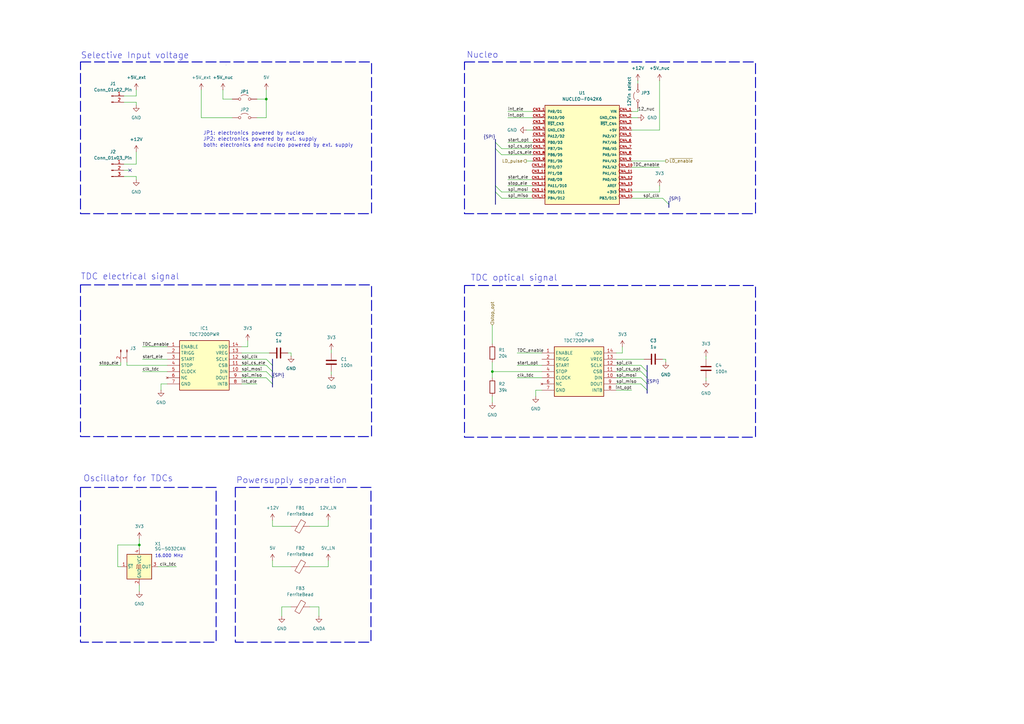
<source format=kicad_sch>
(kicad_sch (version 20231120) (generator "eeschema") (generator_version "8.0")
  (paper "A3")
  (title_block (title "Power, Nucleo, TDC") (rev "0.1") (comment 2 "schematics") (comment 3 "w.i.p.") (comment 8 "M. Schär"))
  (lib_symbols
    (symbol "Connector:Conn_01x02_Pin" (pin_names (offset 1.016) hide)
      (property "Reference" "J" (at 0 2.54 0))
      (property "Value" "Conn_01x02_Pin" (at 0 -5.08 0))
      (symbol "Conn_01x02_Pin_1_1"
        (polyline (pts (xy 1.27 -2.54) (xy 0.8636 -2.54)) (stroke (width 0.1524)))
        (polyline (pts (xy 1.27 0) (xy 0.8636 0)) (stroke (width 0.1524)))
        (rectangle (start 0.8636 -2.413) (end 0 -2.667) (stroke (width 0.1524)) (fill (type outline)))
        (rectangle (start 0.8636 0.127) (end 0 -0.127) (stroke (width 0.1524)) (fill (type outline)))
        (pin passive line (at 5.08 0 180) (length 3.81) (name "Pin_1") (number "1"))
        (pin passive line (at 5.08 -2.54 180) (length 3.81) (name "Pin_2") (number "2"))
      )
    )
    (symbol "Connector:Conn_01x03_Pin" (pin_names (offset 1.016) hide)
      (property "Reference" "J" (at 0 5.08 0))
      (property "Value" "Conn_01x03_Pin" (at 0 -5.08 0))
      (symbol "Conn_01x03_Pin_1_1"
        (polyline (pts (xy 1.27 -2.54) (xy 0.8636 -2.54)) (stroke (width 0.1524)))
        (polyline (pts (xy 1.27 0) (xy 0.8636 0)) (stroke (width 0.1524)))
        (polyline (pts (xy 1.27 2.54) (xy 0.8636 2.54)) (stroke (width 0.1524)))
        (rectangle (start 0.8636 -2.413) (end 0 -2.667) (stroke (width 0.1524)) (fill (type outline)))
        (rectangle (start 0.8636 0.127) (end 0 -0.127) (stroke (width 0.1524)) (fill (type outline)))
        (rectangle (start 0.8636 2.667) (end 0 2.413) (stroke (width 0.1524)) (fill (type outline)))
        (pin passive line (at 5.08 2.54 180) (length 3.81) (name "Pin_1") (number "1"))
        (pin passive line (at 5.08 0 180) (length 3.81) (name "Pin_2") (number "2"))
        (pin passive line (at 5.08 -2.54 180) (length 3.81) (name "Pin_3") (number "3"))
      )
    )
    (symbol "Device:C" (pin_numbers hide) (pin_names (offset 0.254))
      (property "Reference" "C" (at 0.635 2.54 0))
      (property "Value" "C" (at 0.635 -2.54 0))
      (symbol "C_0_1"
        (polyline (pts (xy -2.032 -0.762) (xy 2.032 -0.762)) (stroke (width 0.508)))
        (polyline (pts (xy -2.032 0.762) (xy 2.032 0.762)) (stroke (width 0.508)))
      )
      (symbol "C_1_1"
        (pin passive line (at 0 3.81 270) (length 2.794) (name "~") (number "1"))
        (pin passive line (at 0 -3.81 90) (length 2.794) (name "~") (number "2"))
      )
    )
    (symbol "Device:FerriteBead" (pin_numbers hide) (pin_names (offset 0))
      (property "Reference" "FB" (at -3.81 0.635 90))
      (property "Value" "FerriteBead" (at 3.81 0 90))
      (symbol "FerriteBead_0_1"
        (polyline (pts (xy 0 -1.27) (xy 0 -1.2192)))
        (polyline (pts (xy 0 1.27) (xy 0 1.2954)))
        (polyline (pts (xy -2.7686 0.4064) (xy -1.7018 2.2606) (xy 2.7686 -0.3048) (xy 1.6764 -2.159) (xy -2.7686 0.4064)))
      )
      (symbol "FerriteBead_1_1"
        (pin passive line (at 0 3.81 270) (length 2.54) (name "~") (number "1"))
        (pin passive line (at 0 -3.81 90) (length 2.54) (name "~") (number "2"))
      )
    )
    (symbol "Device:R" (pin_numbers hide) (pin_names (offset 0))
      (property "Reference" "R" (at 2.032 0 90))
      (property "Value" "R" (at 0 0 90))
      (symbol "R_0_1"
        (rectangle (start -1.016 -2.54) (end 1.016 2.54) (stroke (width 0.254)))
      )
      (symbol "R_1_1"
        (pin passive line (at 0 3.81 270) (length 1.27) (name "~") (number "1"))
        (pin passive line (at 0 -3.81 90) (length 1.27) (name "~") (number "2"))
      )
    )
    (symbol "Jumper:Jumper_2_Open" (pin_numbers hide) (pin_names (offset 0) hide) (exclude_from_sim yes)
      (property "Reference" "JP" (at 0 2.794 0))
      (property "Value" "Jumper_2_Open" (at 0 -2.286 0))
      (symbol "Jumper_2_Open_0_0"
        (circle (center -2.032 0) (radius 0.508))
        (circle (center 2.032 0) (radius 0.508))
      )
      (symbol "Jumper_2_Open_0_1"
        (arc (start 1.524 1.27) (mid 0 1.778) (end -1.524 1.27))
      )
      (symbol "Jumper_2_Open_1_1"
        (pin passive line (at -5.08 0 0) (length 2.54) (name "A") (number "1"))
        (pin passive line (at 5.08 0 180) (length 2.54) (name "B") (number "2"))
      )
    )
    (symbol "NUCLEO-F042K6:NUCLEO-F042K6" (pin_names (offset 1.016))
      (property "Reference" "U" (at -15.24 21.082 0))
      (property "Value" "NUCLEO-F042K6" (at -15.24 -22.86 0))
      (symbol "NUCLEO-F042K6_0_0"
        (rectangle (start -15.24 -20.32) (end 15.24 20.32) (stroke (width 0.254)) (fill (type background)))
        (pin bidirectional line (at -20.32 17.78 0) (length 5.08) (name "PA9/D1") (number "CN3_1"))
        (pin bidirectional line (at -20.32 -5.08 0) (length 5.08) (name "PF0/D7") (number "CN3_10"))
        (pin bidirectional line (at -20.32 -7.62 0) (length 5.08) (name "PF1/D8") (number "CN3_11"))
        (pin bidirectional line (at -20.32 -10.16 0) (length 5.08) (name "PA8/D9") (number "CN3_12"))
        (pin bidirectional line (at -20.32 -12.7 0) (length 5.08) (name "PA11/D10") (number "CN3_13"))
        (pin bidirectional line (at -20.32 -15.24 0) (length 5.08) (name "PB5/D11") (number "CN3_14"))
        (pin bidirectional line (at -20.32 -17.78 0) (length 5.08) (name "PB4/D12") (number "CN3_15"))
        (pin bidirectional line (at -20.32 15.24 0) (length 5.08) (name "PA10/D0") (number "CN3_2"))
        (pin bidirectional line (at -20.32 12.7 0) (length 5.08) (name "~{RST}_CN3") (number "CN3_3"))
        (pin power_in line (at -20.32 10.16 0) (length 5.08) (name "GND_CN3") (number "CN3_4"))
        (pin bidirectional line (at -20.32 7.62 0) (length 5.08) (name "PA12/D2") (number "CN3_5"))
        (pin bidirectional line (at -20.32 5.08 0) (length 5.08) (name "PB0/D3") (number "CN3_6"))
        (pin bidirectional line (at -20.32 2.54 0) (length 5.08) (name "PB7/D4") (number "CN3_7"))
        (pin bidirectional line (at -20.32 0 0) (length 5.08) (name "PB6/D5") (number "CN3_8"))
        (pin bidirectional line (at -20.32 -2.54 0) (length 5.08) (name "PB1/D6") (number "CN3_9"))
        (pin power_in line (at 20.32 17.78 180) (length 5.08) (name "VIN") (number "CN4_1"))
        (pin bidirectional line (at 20.32 -5.08 180) (length 5.08) (name "PA3/A2") (number "CN4_10"))
        (pin bidirectional line (at 20.32 -7.62 180) (length 5.08) (name "PA1/A1") (number "CN4_11"))
        (pin bidirectional line (at 20.32 -10.16 180) (length 5.08) (name "PA0/A0") (number "CN4_12"))
        (pin input line (at 20.32 -12.7 180) (length 5.08) (name "AREF") (number "CN4_13"))
        (pin power_in line (at 20.32 -15.24 180) (length 5.08) (name "+3V3") (number "CN4_14"))
        (pin bidirectional line (at 20.32 -17.78 180) (length 5.08) (name "PB3/D13") (number "CN4_15"))
        (pin power_in line (at 20.32 15.24 180) (length 5.08) (name "GND_CN4") (number "CN4_2"))
        (pin bidirectional line (at 20.32 12.7 180) (length 5.08) (name "~{RST}_CN4") (number "CN4_3"))
        (pin power_in line (at 20.32 10.16 180) (length 5.08) (name "+5V") (number "CN4_4"))
        (pin bidirectional line (at 20.32 7.62 180) (length 5.08) (name "PA2/A7") (number "CN4_5"))
        (pin bidirectional line (at 20.32 5.08 180) (length 5.08) (name "PA7/A6") (number "CN4_6"))
        (pin bidirectional line (at 20.32 2.54 180) (length 5.08) (name "PA6/A5") (number "CN4_7"))
        (pin bidirectional line (at 20.32 0 180) (length 5.08) (name "PA5/A4") (number "CN4_8"))
        (pin bidirectional line (at 20.32 -2.54 180) (length 5.08) (name "PA4/A3") (number "CN4_9"))
      )
    )
    (symbol "Oscillator:SG-5032CAN" (pin_names (offset 0.254))
      (property "Reference" "X" (at -5.08 6.35 0))
      (property "Value" "SG-5032CAN" (at 1.27 -6.35 0))
      (symbol "SG-5032CAN_0_1"
        (rectangle (start -5.08 5.08) (end 5.08 -5.08) (stroke (width 0.254)) (fill (type background)))
        (polyline (pts (xy -1.27 -0.762) (xy -1.016 -0.762) (xy -1.016 0.762) (xy -0.508 0.762) (xy -0.508 -0.762) (xy 0 -0.762) (xy 0 0.762) (xy 0.508 0.762) (xy 0.508 -0.762) (xy 0.762 -0.762)))
      )
      (symbol "SG-5032CAN_1_1"
        (pin input line (at -7.62 0 0) (length 2.54) (name "~{ST}") (number "1"))
        (pin power_in line (at 0 -7.62 90) (length 2.54) (name "GND") (number "2"))
        (pin output line (at 7.62 0 180) (length 2.54) (name "OUT") (number "3"))
        (pin power_in line (at 0 7.62 270) (length 2.54) (name "VCC") (number "4"))
      )
    )
    (symbol "TDC7200PWR:TDC7200PWR"
      (property "Reference" "IC" (at 26.67 7.62 0))
      (property "Value" "TDC7200PWR" (at 26.67 5.08 0))
      (symbol "TDC7200PWR_1_1"
        (rectangle (start 5.08 2.54) (end 25.4 -17.78) (stroke (width 0.254)) (fill (type background)))
        (pin passive line (at 0 0 0) (length 5.08) (name "ENABLE") (number "1"))
        (pin passive line (at 30.48 -10.16 180) (length 5.08) (name "DIN") (number "10"))
        (pin passive line (at 30.48 -7.62 180) (length 5.08) (name "CSB") (number "11"))
        (pin passive line (at 30.48 -5.08 180) (length 5.08) (name "SCLK") (number "12"))
        (pin passive line (at 30.48 -2.54 180) (length 5.08) (name "VREG") (number "13"))
        (pin passive line (at 30.48 0 180) (length 5.08) (name "VDD") (number "14"))
        (pin passive line (at 0 -2.54 0) (length 5.08) (name "TRIGG") (number "2"))
        (pin passive line (at 0 -5.08 0) (length 5.08) (name "START") (number "3"))
        (pin passive line (at 0 -7.62 0) (length 5.08) (name "STOP") (number "4"))
        (pin passive line (at 0 -10.16 0) (length 5.08) (name "CLOCK") (number "5"))
        (pin no_connect line (at 0 -12.7 0) (length 5.08) (name "NC") (number "6"))
        (pin passive line (at 0 -15.24 0) (length 5.08) (name "GND") (number "7"))
        (pin passive line (at 30.48 -15.24 180) (length 5.08) (name "INTB") (number "8"))
        (pin passive line (at 30.48 -12.7 180) (length 5.08) (name "DOUT") (number "9"))
      )
    )
    (symbol "power:+12V" (power) (pin_numbers hide) (pin_names (offset 0) hide)
      (property "Value" "+12V" (at 0 3.556 0))
      (symbol "+12V_0_1"
        (polyline (pts (xy -0.762 1.27) (xy 0 2.54)))
        (polyline (pts (xy 0 0) (xy 0 2.54)))
        (polyline (pts (xy 0 2.54) (xy 0.762 1.27)))
      )
      (symbol "+12V_1_1"
        (pin power_in line (at 0 0 90) (length 0) (name "~") (number "1"))
      )
    )
    (symbol "power:+5VP" (power) (pin_numbers hide) (pin_names (offset 0) hide)
      (property "Value" "+5VP" (at 0 3.556 0))
      (symbol "+5VP_0_1"
        (polyline (pts (xy -0.762 1.27) (xy 0 2.54)))
        (polyline (pts (xy 0 0) (xy 0 2.54)))
        (polyline (pts (xy 0 2.54) (xy 0.762 1.27)))
      )
      (symbol "+5VP_1_1"
        (pin power_in line (at 0 0 90) (length 0) (name "~") (number "1"))
      )
    )
    (symbol "power:GND" (power) (pin_numbers hide) (pin_names (offset 0) hide)
      (property "Value" "GND" (at 0 -3.81 0))
      (symbol "GND_0_1"
        (polyline (pts (xy 0 0) (xy 0 -1.27) (xy 1.27 -1.27) (xy 0 -2.54) (xy -1.27 -1.27) (xy 0 -1.27)))
      )
      (symbol "GND_1_1"
        (pin power_in line (at 0 0 270) (length 0) (name "~") (number "1"))
      )
    )
    (symbol "power:GNDA" (power) (pin_numbers hide) (pin_names (offset 0) hide)
      (property "Value" "GNDA" (at 0 -3.81 0))
      (symbol "GNDA_0_1"
        (polyline (pts (xy 0 0) (xy 0 -1.27) (xy 1.27 -1.27) (xy 0 -2.54) (xy -1.27 -1.27) (xy 0 -1.27)))
      )
      (symbol "GNDA_1_1"
        (pin power_in line (at 0 0 270) (length 0) (name "~") (number "1"))
      )
    )
  )
  (bus_alias "SPI" (members "spi_cs_opt" "spi_cs_ele" "spi_miso" "spi_mosi" "spi_clk"))
  (junction (at 109.22 40.64))
  (junction (at 201.93 152.4))
  (junction (at 57.15 223.52))
  (no_connect (at 53.34 69.85))
  (bus_entry (at 203.2 60.96) (size 2.54 2.54))
  (bus_entry (at 265.43 157.48) (size -2.54 -2.54))
  (bus_entry (at 203.2 78.74) (size 2.54 2.54))
  (bus_entry (at 203.2 76.2) (size 2.54 2.54))
  (bus_entry (at 265.43 160.02) (size -2.54 -2.54))
  (bus_entry (at 203.2 58.42) (size 2.54 2.54))
  (bus_entry (at 111.76 149.86) (size -2.54 -2.54))
  (bus_entry (at 265.43 152.4) (size -2.54 -2.54))
  (bus_entry (at 111.76 152.4) (size -2.54 -2.54))
  (bus_entry (at 265.43 154.94) (size -2.54 -2.54))
  (bus_entry (at 111.76 154.94) (size -2.54 -2.54))
  (bus_entry (at 111.76 157.48) (size -2.54 -2.54))
  (bus_entry (at 271.78 81.28) (size 2.54 2.54))
  (wire (pts (xy 208.28 45.72) (xy 218.44 45.72)))
  (wire (pts (xy 64.77 232.41) (xy 72.39 232.41)))
  (wire (pts (xy 215.9 53.34) (xy 218.44 53.34)))
  (wire (pts (xy 208.28 73.66) (xy 218.44 73.66)))
  (bus (pts (xy 265.43 160.02) (xy 265.43 161.29)))
  (wire (pts (xy 289.56 146.05) (xy 289.56 147.32)))
  (bus (pts (xy 111.76 157.48) (xy 111.76 158.75)))
  (wire (pts (xy 201.93 133.35) (xy 201.93 140.97)))
  (wire (pts (xy 119.38 248.92) (xy 115.57 248.92)))
  (wire (pts (xy 135.89 143.51) (xy 135.89 144.78)))
  (wire (pts (xy 50.8 39.37) (xy 55.88 39.37)))
  (wire (pts (xy 48.26 232.41) (xy 49.53 232.41)))
  (wire (pts (xy 259.08 68.58) (xy 270.51 68.58)))
  (wire (pts (xy 99.06 154.94) (xy 109.22 154.94)))
  (bus (pts (xy 111.76 147.32) (xy 111.76 149.86)))
  (wire (pts (xy 201.93 152.4) (xy 201.93 154.94)))
  (wire (pts (xy 222.25 160.02) (xy 219.71 160.02)))
  (wire (pts (xy 48.26 232.41) (xy 48.26 223.52)))
  (bus (pts (xy 203.2 57.15) (xy 203.2 58.42)))
  (wire (pts (xy 205.74 60.96) (xy 218.44 60.96)))
  (bus (pts (xy 203.2 60.96) (xy 203.2 76.2)))
  (wire (pts (xy 212.09 144.78) (xy 222.25 144.78)))
  (bus (pts (xy 203.2 78.74) (xy 203.2 83.82)))
  (wire (pts (xy 252.73 144.78) (xy 255.27 144.78)))
  (bus (pts (xy 274.32 82.55) (xy 274.32 83.82)))
  (wire (pts (xy 57.15 240.03) (xy 57.15 242.57)))
  (wire (pts (xy 109.22 48.26) (xy 109.22 40.64)))
  (wire (pts (xy 55.88 67.31) (xy 55.88 62.23)))
  (bus (pts (xy 265.43 154.94) (xy 265.43 157.48)))
  (wire (pts (xy 99.06 144.78) (xy 110.49 144.78)))
  (wire (pts (xy 109.22 149.86) (xy 99.06 149.86)))
  (wire (pts (xy 55.88 39.37) (xy 55.88 36.83)))
  (wire (pts (xy 82.55 48.26) (xy 95.25 48.26)))
  (wire (pts (xy 270.51 53.34) (xy 270.51 33.02)))
  (wire (pts (xy 111.76 215.9) (xy 119.38 215.9)))
  (wire (pts (xy 111.76 213.36) (xy 111.76 215.9)))
  (wire (pts (xy 91.44 36.83) (xy 91.44 40.64)))
  (wire (pts (xy 262.89 152.4) (xy 252.73 152.4)))
  (wire (pts (xy 109.22 40.64) (xy 109.22 36.83)))
  (wire (pts (xy 48.26 223.52) (xy 57.15 223.52)))
  (wire (pts (xy 273.05 147.32) (xy 271.78 147.32)))
  (wire (pts (xy 212.09 154.94) (xy 222.25 154.94)))
  (bus (pts (xy 111.76 152.4) (xy 111.76 154.94)))
  (wire (pts (xy 82.55 36.83) (xy 82.55 48.26)))
  (bus (pts (xy 274.32 83.82) (xy 274.32 85.09)))
  (wire (pts (xy 201.93 162.56) (xy 201.93 165.1)))
  (wire (pts (xy 273.05 148.59) (xy 273.05 147.32)))
  (wire (pts (xy 262.89 154.94) (xy 252.73 154.94)))
  (wire (pts (xy 53.34 69.85) (xy 50.8 69.85)))
  (wire (pts (xy 201.93 152.4) (xy 201.93 148.59)))
  (wire (pts (xy 261.62 48.26) (xy 259.08 48.26)))
  (wire (pts (xy 111.76 232.41) (xy 111.76 229.87)))
  (bus (pts (xy 203.2 58.42) (xy 203.2 60.96)))
  (wire (pts (xy 252.73 160.02) (xy 259.08 160.02)))
  (wire (pts (xy 91.44 40.64) (xy 95.25 40.64)))
  (wire (pts (xy 101.6 142.24) (xy 101.6 139.7)))
  (wire (pts (xy 52.07 149.86) (xy 68.58 149.86)))
  (wire (pts (xy 261.62 45.72) (xy 261.62 44.45)))
  (wire (pts (xy 127 232.41) (xy 134.62 232.41)))
  (wire (pts (xy 252.73 157.48) (xy 262.89 157.48)))
  (wire (pts (xy 119.38 146.05) (xy 119.38 144.78)))
  (wire (pts (xy 259.08 81.28) (xy 271.78 81.28)))
  (bus (pts (xy 265.43 157.48) (xy 265.43 160.02)))
  (wire (pts (xy 135.89 152.4) (xy 135.89 153.67)))
  (wire (pts (xy 115.57 248.92) (xy 115.57 252.73)))
  (wire (pts (xy 105.41 48.26) (xy 109.22 48.26)))
  (wire (pts (xy 205.74 63.5) (xy 218.44 63.5)))
  (bus (pts (xy 203.2 76.2) (xy 203.2 78.74)))
  (wire (pts (xy 259.08 78.74) (xy 270.51 78.74)))
  (wire (pts (xy 208.28 58.42) (xy 218.44 58.42)))
  (wire (pts (xy 270.51 78.74) (xy 270.51 76.2)))
  (wire (pts (xy 49.53 148.59) (xy 49.53 149.86)))
  (wire (pts (xy 58.42 152.4) (xy 68.58 152.4)))
  (wire (pts (xy 55.88 73.66) (xy 55.88 72.39)))
  (bus (pts (xy 111.76 154.94) (xy 111.76 157.48)))
  (wire (pts (xy 208.28 76.2) (xy 218.44 76.2)))
  (wire (pts (xy 55.88 43.18) (xy 55.88 41.91)))
  (wire (pts (xy 255.27 144.78) (xy 255.27 142.24)))
  (wire (pts (xy 119.38 144.78) (xy 118.11 144.78)))
  (wire (pts (xy 205.74 78.74) (xy 218.44 78.74)))
  (wire (pts (xy 109.22 152.4) (xy 99.06 152.4)))
  (wire (pts (xy 55.88 41.91) (xy 50.8 41.91)))
  (wire (pts (xy 57.15 223.52) (xy 57.15 224.79)))
  (wire (pts (xy 134.62 232.41) (xy 134.62 229.87)))
  (wire (pts (xy 289.56 154.94) (xy 289.56 156.21)))
  (wire (pts (xy 130.81 248.92) (xy 127 248.92)))
  (wire (pts (xy 99.06 142.24) (xy 101.6 142.24)))
  (wire (pts (xy 259.08 45.72) (xy 261.62 45.72)))
  (bus (pts (xy 111.76 149.86) (xy 111.76 152.4)))
  (wire (pts (xy 252.73 147.32) (xy 264.16 147.32)))
  (wire (pts (xy 134.62 215.9) (xy 134.62 213.36)))
  (wire (pts (xy 105.41 40.64) (xy 109.22 40.64)))
  (wire (pts (xy 99.06 157.48) (xy 105.41 157.48)))
  (wire (pts (xy 52.07 148.59) (xy 52.07 149.86)))
  (wire (pts (xy 259.08 53.34) (xy 270.51 53.34)))
  (wire (pts (xy 208.28 48.26) (xy 218.44 48.26)))
  (wire (pts (xy 50.8 67.31) (xy 55.88 67.31)))
  (wire (pts (xy 66.04 157.48) (xy 68.58 157.48)))
  (wire (pts (xy 99.06 147.32) (xy 109.22 147.32)))
  (wire (pts (xy 57.15 220.98) (xy 57.15 223.52)))
  (bus (pts (xy 265.43 152.4) (xy 265.43 154.94)))
  (wire (pts (xy 205.74 81.28) (xy 218.44 81.28)))
  (wire (pts (xy 215.9 66.04) (xy 218.44 66.04)))
  (wire (pts (xy 119.38 232.41) (xy 111.76 232.41)))
  (wire (pts (xy 219.71 160.02) (xy 219.71 162.56)))
  (wire (pts (xy 58.42 147.32) (xy 68.58 147.32)))
  (wire (pts (xy 259.08 66.04) (xy 273.05 66.04)))
  (wire (pts (xy 49.53 149.86) (xy 40.64 149.86)))
  (wire (pts (xy 130.81 252.73) (xy 130.81 248.92)))
  (wire (pts (xy 261.62 33.02) (xy 261.62 34.29)))
  (wire (pts (xy 66.04 157.48) (xy 66.04 160.02)))
  (bus (pts (xy 265.43 149.86) (xy 265.43 152.4)))
  (wire (pts (xy 55.88 72.39) (xy 50.8 72.39)))
  (wire (pts (xy 252.73 149.86) (xy 262.89 149.86)))
  (wire (pts (xy 127 215.9) (xy 134.62 215.9)))
  (wire (pts (xy 222.25 152.4) (xy 201.93 152.4)))
  (wire (pts (xy 58.42 142.24) (xy 68.58 142.24)))
  (wire (pts (xy 212.09 149.86) (xy 222.25 149.86)))
  (rectangle (start 96.52 199.898) (end 152.146 263.398) (stroke (width 0.381) (type dash)) (fill (type color) (color 239 222 27 0.03)))
  (rectangle (start 190.5 117.094) (end 309.88 179.324) (stroke (width 0.381) (type dash)) (fill (type color) (color 239 222 27 0.03)))
  (rectangle (start 33.02 116.84) (end 152.4 179.07) (stroke (width 0.381) (type dash)) (fill (type color) (color 239 222 27 0.03)))
  (rectangle (start 190.5 25.4) (end 309.88 87.63) (stroke (width 0.381) (type dash)) (fill (type color) (color 239 222 27 0.03)))
  (rectangle (start 92.71 26.67) (end 92.71 26.67))
  (rectangle (start 33.02 199.898) (end 88.646 263.398) (stroke (width 0.381) (type dash)) (fill (type color) (color 239 222 27 0.03)))
  (rectangle (start 33.02 25.4) (end 152.4 87.63) (stroke (width 0.381) (type dash)) (fill (type color) (color 239 222 27 0.03)))
  (text "Powersupply separation" (at 119.634 197.104 0) (effects (font (size 2.54 2.54))))
  (text "Oscillator for TDCs" (at 52.578 196.342 0) (effects (font (size 2.54 2.54))))
  (text "Nucleo" (at 197.866 22.606 0) (effects (font (size 2.54 2.54))))
  (text "JP1: electronics powered by nucleo\nJP2: electronics powered by ext. supply\nboth: electronics and nucleo powered by ext. supply" (at 83.312 57.15 0) (effects (font (size 1.524 1.524)) (justify left)))
  (text "TDC optical signal" (at 210.82 114.046 0) (effects (font (size 2.54 2.54))))
  (text "Selective Input voltage" (at 55.372 22.86 0) (effects (font (size 2.54 2.54))))
  (text "16.000 MHz" (at 69.342 228.092 0) (effects (font (size 1.27 1.27))))
  (text "TDC electrical signal" (at 53.34 113.538 0) (effects (font (size 2.54 2.54))))
  (label "spi_cs_ele" (at 99.06 149.86 0))
  (label "spi_mosi" (at 252.73 154.94 0))
  (label "{SPI}" (at 274.32 82.55 0))
  (label "spi_cs_ele" (at 208.28 63.5 0))
  (label "spi_clk" (at 252.73 149.86 0))
  (label "TDC_enable" (at 58.42 142.24 0))
  (label "int_opt" (at 259.08 160.02 180))
  (label "spi_clk" (at 99.06 147.32 0))
  (label "TDC_enable" (at 270.51 68.58 180))
  (label "spi_cs_opt" (at 252.73 152.4 0))
  (label "start_ele" (at 58.42 147.32 0))
  (label "start_opt" (at 208.28 58.42 0))
  (label "spi_mosi" (at 99.06 152.4 0))
  (label "clk_tdc" (at 58.42 152.4 0))
  (label "spi_cs_opt" (at 208.28 60.96 0))
  (label "spi_miso" (at 99.06 154.94 0))
  (label "{SPI}" (at 111.76 154.94 0))
  (label "int_opt" (at 208.28 48.26 0))
  (label "stop_ele" (at 40.64 149.86 0))
  (label "int_ele" (at 105.41 157.48 180))
  (label "12_nuc" (at 261.62 45.72 0))
  (label "spi_miso" (at 208.28 81.28 0))
  (label "spi_clk" (at 270.51 81.28 180))
  (label "{SPI}" (at 203.2 57.15 180))
  (label "spi_mosi" (at 208.28 78.74 0))
  (label "start_ele" (at 208.28 73.66 0))
  (label "clk_tdc" (at 72.39 232.41 180))
  (label "int_ele" (at 208.28 45.72 0))
  (label "spi_miso" (at 252.73 157.48 0))
  (label "clk_tdc" (at 212.09 154.94 0))
  (label "{SPI}" (at 265.43 157.48 0))
  (label "start_opt" (at 212.09 149.86 0))
  (label "TDC_enable" (at 212.09 144.78 0))
  (label "stop_ele" (at 208.28 76.2 0))
  (hierarchical_label "~{LD_enable}" (shape output) (at 273.05 66.04 0))
  (hierarchical_label "stop_opt" (shape input) (at 201.93 133.35 90))
  (hierarchical_label "LD_pulse" (shape output) (at 215.9 66.04 180))
  (symbol (lib_id "power:GND") (at 115.57 252.73 0) (unit 1)
    (property "Reference" "#PWR046" (effects (hide yes)))
    (property "Value" "GND" (at 115.57 257.81 0))
    (property "Description" "Power symbol creates a global label with name \"GND\" , ground" (effects (hide yes)))
  )
  (symbol (lib_id "TDC7200PWR:TDC7200PWR") (at 68.58 142.24 0) (unit 1)
    (property "Reference" "IC1" (at 83.82 134.62 0))
    (property "Value" "TDC7200PWR" (at 83.82 137.16 0))
    (property "Footprint" "SOP65P640X120-14N" (effects (hide yes)))
    (property "Datasheet" "http://www.ti.com/lit/gpn/tdc7200" (effects (hide yes)))
    (property "Description" "Time-to-Digital Converter for Time-of-Flight Applications in LIDAR, Magnetostrictive and Flow Meters" (effects (hide yes)))
    (property "Height" "1.2" (effects (hide yes)))
    (property "Mouser Part Number" "595-TDC7200PWR" (effects (hide yes)))
    (property "Mouser Price/Stock" "https://www.mouser.co.uk/ProductDetail/Texas-Instruments/TDC7200PWR?qs=Q2snjRlG%2FBJNiMilyUsr3A%3D%3D" (effects (hide yes)))
    (property "Manufacturer_Name" "Texas Instruments" (effects (hide yes)))
    (property "Manufacturer_Part_Number" "TDC7200PWR" (effects (hide yes)))
  )
  (symbol (lib_id "power:GND") (at 215.9 53.34 270) (unit 1)
    (property "Reference" "#PWR020" (effects (hide yes)))
    (property "Value" "GND" (at 212.09 53.3399 90) (effects (justify right)))
    (property "Description" "Power symbol creates a global label with name \"GND\" , ground" (effects (hide yes)))
  )
  (symbol (lib_id "Device:FerriteBead") (at 123.19 248.92 90) (unit 1)
    (property "Reference" "FB3" (at 123.1392 241.3 90))
    (property "Value" "FerriteBead" (at 123.1392 243.84 90))
    (property "Footprint" "Inductor_SMD:L_0402_1005Metric_Pad0.77x0.64mm_HandSolder" (effects (hide yes)))
    (property "Description" "Ferrite bead" (effects (hide yes)))
  )
  (symbol (lib_id "Device:C") (at 267.97 147.32 90) (unit 1)
    (property "Reference" "C3" (at 267.97 139.7 90))
    (property "Value" "1u" (at 267.97 142.24 90))
    (property "Footprint" "Capacitor_SMD:C_0402_1005Metric_Pad0.74x0.62mm_HandSolder" (effects (hide yes)))
    (property "Description" "Unpolarized capacitor" (effects (hide yes)))
  )
  (symbol (lib_id "Device:FerriteBead") (at 123.19 232.41 90) (unit 1)
    (property "Reference" "FB2" (at 123.1392 224.79 90))
    (property "Value" "FerriteBead" (at 123.1392 227.33 90))
    (property "Footprint" "Inductor_SMD:L_0402_1005Metric_Pad0.77x0.64mm_HandSolder" (effects (hide yes)))
    (property "Description" "Ferrite bead" (effects (hide yes)))
  )
  (symbol (lib_id "power:+5VP") (at 255.27 142.24 0) (unit 1)
    (property "Reference" "#PWR022" (effects (hide yes)))
    (property "Value" "3V3" (at 255.27 137.16 0))
    (property "Description" "Power symbol creates a global label with name \"+5VP\"" (effects (hide yes)))
  )
  (symbol (lib_id "power:+5VP") (at 270.51 76.2 0) (unit 1)
    (property "Reference" "#PWR010" (effects (hide yes)))
    (property "Value" "3V3" (at 270.51 71.12 0))
    (property "Description" "Power symbol creates a global label with name \"+5VP\"" (effects (hide yes)))
  )
  (symbol (lib_id "Connector:Conn_01x02_Pin") (at 45.72 39.37 0) (unit 1)
    (property "Reference" "J1" (at 46.355 34.29 0))
    (property "Value" "Conn_01x02_Pin" (at 46.355 36.83 0))
    (property "Footprint" "Connector_Molex:Molex_KK-254_AE-6410-02A_1x02_P2.54mm_Vertical" (effects (hide yes)))
    (property "Description" "Generic connector, single row, 01x02, script generated" (effects (hide yes)))
  )
  (symbol (lib_id "Device:C") (at 289.56 151.13 0) (unit 1)
    (property "Reference" "C4" (at 293.37 149.8599 0) (effects (justify left)))
    (property "Value" "100n" (at 293.37 152.3999 0) (effects (justify left)))
    (property "Footprint" "Capacitor_SMD:C_0402_1005Metric_Pad0.74x0.62mm_HandSolder" (effects (hide yes)))
    (property "Description" "Unpolarized capacitor" (effects (hide yes)))
  )
  (symbol (lib_id "power:+5VP") (at 111.76 229.87 0) (unit 1)
    (property "Reference" "#PWR045" (effects (hide yes)))
    (property "Value" "5V" (at 111.76 224.79 0))
    (property "Description" "Power symbol creates a global label with name \"+5VP\"" (effects (hide yes)))
  )
  (symbol (lib_id "Connector:Conn_01x02_Pin") (at 52.07 143.51 270) (unit 1)
    (property "Reference" "J3" (at 53.34 142.8749 90) (effects (justify left)))
    (property "Value" "Conn_01x02_Pin" (effects (hide yes)))
    (property "Footprint" "Connector_Molex:Molex_KK-254_AE-6410-02A_1x02_P2.54mm_Vertical" (effects (hide yes)))
    (property "Description" "Generic connector, single row, 01x02, script generated" (effects (hide yes)))
  )
  (symbol (lib_id "TDC7200PWR:TDC7200PWR") (at 222.25 144.78 0) (unit 1)
    (property "Reference" "IC2" (at 237.49 137.16 0))
    (property "Value" "TDC7200PWR" (at 237.49 139.7 0))
    (property "Footprint" "SOP65P640X120-14N" (effects (hide yes)))
    (property "Datasheet" "http://www.ti.com/lit/gpn/tdc7200" (effects (hide yes)))
    (property "Description" "Time-to-Digital Converter for Time-of-Flight Applications in LIDAR, Magnetostrictive and Flow Meters" (effects (hide yes)))
    (property "Height" "1.2" (effects (hide yes)))
    (property "Mouser Part Number" "595-TDC7200PWR" (effects (hide yes)))
    (property "Mouser Price/Stock" "https://www.mouser.co.uk/ProductDetail/Texas-Instruments/TDC7200PWR?qs=Q2snjRlG%2FBJNiMilyUsr3A%3D%3D" (effects (hide yes)))
    (property "Manufacturer_Name" "Texas Instruments" (effects (hide yes)))
    (property "Manufacturer_Part_Number" "TDC7200PWR" (effects (hide yes)))
  )
  (symbol (lib_id "power:GND") (at 55.88 43.18 0) (unit 1)
    (property "Reference" "#PWR03" (effects (hide yes)))
    (property "Value" "GND" (at 55.88 48.26 0))
    (property "Description" "Power symbol creates a global label with name \"GND\" , ground" (effects (hide yes)))
  )
  (symbol (lib_id "power:+5VP") (at 289.56 146.05 0) (unit 1)
    (property "Reference" "#PWR024" (effects (hide yes)))
    (property "Value" "3V3" (at 289.56 140.97 0))
    (property "Description" "Power symbol creates a global label with name \"+5VP\"" (effects (hide yes)))
  )
  (symbol (lib_id "power:GND") (at 119.38 146.05 0) (unit 1)
    (property "Reference" "#PWR019" (effects (hide yes)))
    (property "Value" "GND" (at 119.38 151.13 0))
    (property "Description" "Power symbol creates a global label with name \"GND\" , ground" (effects (hide yes)))
  )
  (symbol (lib_id "power:GND") (at 55.88 73.66 0) (unit 1)
    (property "Reference" "#PWR02" (effects (hide yes)))
    (property "Value" "GND" (at 55.88 78.74 0))
    (property "Description" "Power symbol creates a global label with name \"GND\" , ground" (effects (hide yes)))
  )
  (symbol (lib_id "power:+5VP") (at 57.15 220.98 0) (unit 1)
    (property "Reference" "#PWR011" (effects (hide yes)))
    (property "Value" "3V3" (at 57.15 215.9 0))
    (property "Description" "Power symbol creates a global label with name \"+5VP\"" (effects (hide yes)))
  )
  (symbol (lib_id "power:+5VP") (at 109.22 36.83 0) (unit 1)
    (property "Reference" "#PWR06" (effects (hide yes)))
    (property "Value" "5V" (at 109.22 31.75 0))
    (property "Description" "Power symbol creates a global label with name \"+5VP\"" (effects (hide yes)))
  )
  (symbol (lib_id "power:GND") (at 219.71 162.56 0) (unit 1)
    (property "Reference" "#PWR016" (effects (hide yes)))
    (property "Value" "GND" (at 219.71 167.64 0))
    (property "Description" "Power symbol creates a global label with name \"GND\" , ground" (effects (hide yes)))
  )
  (symbol (lib_id "power:GND") (at 273.05 148.59 0) (unit 1)
    (property "Reference" "#PWR023" (effects (hide yes)))
    (property "Value" "GND" (at 273.05 153.67 0))
    (property "Description" "Power symbol creates a global label with name \"GND\" , ground" (effects (hide yes)))
  )
  (symbol (lib_id "Device:C") (at 135.89 148.59 0) (unit 1)
    (property "Reference" "C1" (at 139.7 147.3199 0) (effects (justify left)))
    (property "Value" "100n" (at 139.7 149.8599 0) (effects (justify left)))
    (property "Footprint" "Capacitor_SMD:C_0402_1005Metric_Pad0.74x0.62mm_HandSolder" (effects (hide yes)))
    (property "Description" "Unpolarized capacitor" (effects (hide yes)))
  )
  (symbol (lib_id "power:GND") (at 201.93 165.1 0) (unit 1)
    (property "Reference" "#PWR013" (effects (hide yes)))
    (property "Value" "GND" (at 201.93 170.18 0))
    (property "Description" "Power symbol creates a global label with name \"GND\" , ground" (effects (hide yes)))
  )
  (symbol (lib_id "power:+12V") (at 111.76 213.36 0) (unit 1)
    (property "Reference" "#PWR044" (effects (hide yes)))
    (property "Value" "+12V" (at 111.76 208.28 0))
    (property "Description" "Power symbol creates a global label with name \"+12V\"" (effects (hide yes)))
  )
  (symbol (lib_id "power:GND") (at 66.04 160.02 0) (unit 1)
    (property "Reference" "#PWR015" (effects (hide yes)))
    (property "Value" "GND" (at 66.04 165.1 0))
    (property "Description" "Power symbol creates a global label with name \"GND\" , ground" (effects (hide yes)))
  )
  (symbol (lib_id "power:GND") (at 57.15 242.57 0) (unit 1)
    (property "Reference" "#PWR014" (effects (hide yes)))
    (property "Value" "GND" (at 57.15 247.65 0))
    (property "Description" "Power symbol creates a global label with name \"GND\" , ground" (effects (hide yes)))
  )
  (symbol (lib_id "Device:C") (at 114.3 144.78 90) (unit 1)
    (property "Reference" "C2" (at 114.3 137.16 90))
    (property "Value" "1u" (at 114.3 139.7 90))
    (property "Footprint" "Capacitor_SMD:C_0402_1005Metric_Pad0.74x0.62mm_HandSolder" (effects (hide yes)))
    (property "Description" "Unpolarized capacitor" (effects (hide yes)))
  )
  (symbol (lib_id "power:+5VP") (at 55.88 36.83 0) (unit 1)
    (property "Reference" "#PWR04" (effects (hide yes)))
    (property "Value" "+5V_ext" (at 55.88 31.75 0))
    (property "Description" "Power symbol creates a global label with name \"+5VP\"" (effects (hide yes)))
  )
  (symbol (lib_id "power:+12V") (at 55.88 62.23 0) (unit 1)
    (property "Reference" "#PWR01" (effects (hide yes)))
    (property "Value" "+12V" (at 55.88 57.15 0))
    (property "Description" "Power symbol creates a global label with name \"+12V\"" (effects (hide yes)))
  )
  (symbol (lib_id "NUCLEO-F042K6:NUCLEO-F042K6") (at 238.76 63.5 0) (unit 1)
    (property "Reference" "U1" (at 238.76 38.1 0))
    (property "Value" "NUCLEO-F042K6" (at 238.76 40.64 0))
    (property "Footprint" "NUCLEO_F042K6:MODULE_NUCLEO-F042K6" (effects (hide yes)))
    (property "PARTREV" "8" (effects (hide yes)))
    (property "STANDARD" "Manufacturer Recommendations" (effects (hide yes)))
    (property "MAXIMUM_PACKAGE_HEIGHT" "14.5mm" (effects (hide yes)))
    (property "MANUFACTURER" "STMicroelectronics" (effects (hide yes)))
  )
  (symbol (lib_id "power:+5VP") (at 134.62 213.36 0) (unit 1)
    (property "Reference" "#PWR043" (effects (hide yes)))
    (property "Value" "12V_LN" (at 134.62 208.28 0))
    (property "Description" "Power symbol creates a global label with name \"+5VP\"" (effects (hide yes)))
  )
  (symbol (lib_id "Jumper:Jumper_2_Open") (at 100.33 40.64 0) (unit 1) (exclude_from_sim yes)
    (property "Reference" "JP1" (at 100.33 37.592 0))
    (property "Value" "Jumper_2_Open" (effects (hide yes)))
    (property "Footprint" "TestPoint:TestPoint_2Pads_Pitch2.54mm_Drill0.8mm" (effects (hide yes)))
    (property "Description" "Jumper, 2-pole, open" (effects (hide yes)))
  )
  (symbol (lib_id "power:GND") (at 261.62 48.26 90) (unit 1)
    (property "Reference" "#PWR021" (effects (hide yes)))
    (property "Value" "GND" (at 265.43 48.2599 90) (effects (justify right)))
    (property "Description" "Power symbol creates a global label with name \"GND\" , ground" (effects (hide yes)))
  )
  (symbol (lib_id "power:+5VP") (at 91.44 36.83 0) (unit 1)
    (property "Reference" "#PWR08" (effects (hide yes)))
    (property "Value" "+5V_nuc" (at 91.44 31.75 0))
    (property "Description" "Power symbol creates a global label with name \"+5VP\"" (effects (hide yes)))
  )
  (symbol (lib_id "power:GNDA") (at 130.81 252.73 0) (unit 1)
    (property "Reference" "#PWR042" (effects (hide yes)))
    (property "Value" "GNDA" (at 130.81 257.81 0))
    (property "Description" "Power symbol creates a global label with name \"GNDA\" , analog ground" (effects (hide yes)))
  )
  (symbol (lib_id "power:GND") (at 289.56 156.21 0) (unit 1)
    (property "Reference" "#PWR025" (effects (hide yes)))
    (property "Value" "GND" (at 289.56 161.29 0))
    (property "Description" "Power symbol creates a global label with name \"GND\" , ground" (effects (hide yes)))
  )
  (symbol (lib_id "power:+5VP") (at 270.51 33.02 0) (unit 1)
    (property "Reference" "#PWR05" (effects (hide yes)))
    (property "Value" "+5V_nuc" (at 270.51 27.94 0))
    (property "Description" "Power symbol creates a global label with name \"+5VP\"" (effects (hide yes)))
  )
  (symbol (lib_id "Jumper:Jumper_2_Open") (at 100.33 48.26 0) (unit 1) (exclude_from_sim yes)
    (property "Reference" "JP2" (at 100.33 44.958 0))
    (property "Value" "Jumper_2_Open" (effects (hide yes)))
    (property "Footprint" "TestPoint:TestPoint_2Pads_Pitch2.54mm_Drill0.8mm" (effects (hide yes)))
    (property "Description" "Jumper, 2-pole, open" (effects (hide yes)))
  )
  (symbol (lib_id "power:GND") (at 135.89 153.67 0) (unit 1)
    (property "Reference" "#PWR018" (effects (hide yes)))
    (property "Value" "GND" (at 135.89 158.75 0))
    (property "Description" "Power symbol creates a global label with name \"GND\" , ground" (effects (hide yes)))
  )
  (symbol (lib_id "Jumper:Jumper_2_Open") (at 261.62 39.37 90) (unit 1) (exclude_from_sim yes)
    (property "Reference" "JP3" (at 262.89 38.0999 90) (effects (justify right)))
    (property "Value" "12Vin select" (at 258.064 31.496 0) (effects (justify right)))
    (property "Footprint" "TestPoint:TestPoint_2Pads_Pitch2.54mm_Drill0.8mm" (effects (hide yes)))
    (property "Description" "Jumper, 2-pole, open" (effects (hide yes)))
  )
  (symbol (lib_id "Device:R") (at 201.93 158.75 0) (unit 1)
    (property "Reference" "R2" (at 204.47 157.4799 0) (effects (justify left)))
    (property "Value" "39k" (at 204.47 160.0199 0) (effects (justify left)))
    (property "Footprint" "Resistor_SMD:R_0402_1005Metric_Pad0.72x0.64mm_HandSolder" (effects (hide yes)))
    (property "Description" "Resistor" (effects (hide yes)))
  )
  (symbol (lib_id "power:+5VP") (at 82.55 36.83 0) (unit 1)
    (property "Reference" "#PWR07" (effects (hide yes)))
    (property "Value" "+5V_ext" (at 82.55 31.75 0))
    (property "Description" "Power symbol creates a global label with name \"+5VP\"" (effects (hide yes)))
  )
  (symbol (lib_id "Connector:Conn_01x03_Pin") (at 45.72 69.85 0) (unit 1)
    (property "Reference" "J2" (at 46.355 62.23 0))
    (property "Value" "Conn_01x03_Pin" (at 46.355 64.77 0))
    (property "Footprint" "Connector_Molex:Molex_SL_171971-0003_1x03_P2.54mm_Vertical" (effects (hide yes)))
    (property "Description" "Generic connector, single row, 01x03, script generated" (effects (hide yes)))
  )
  (symbol (lib_id "power:+5VP") (at 101.6 139.7 0) (unit 1)
    (property "Reference" "#PWR012" (effects (hide yes)))
    (property "Value" "3V3" (at 101.6 134.62 0))
    (property "Description" "Power symbol creates a global label with name \"+5VP\"" (effects (hide yes)))
  )
  (symbol (lib_id "power:+5VP") (at 135.89 143.51 0) (unit 1)
    (property "Reference" "#PWR017" (effects (hide yes)))
    (property "Value" "3V3" (at 135.89 138.43 0))
    (property "Description" "Power symbol creates a global label with name \"+5VP\"" (effects (hide yes)))
  )
  (symbol (lib_id "Device:R") (at 201.93 144.78 0) (unit 1)
    (property "Reference" "R1" (at 204.47 143.5099 0) (effects (justify left)))
    (property "Value" "20k" (at 204.47 146.0499 0) (effects (justify left)))
    (property "Footprint" "Resistor_SMD:R_0402_1005Metric_Pad0.72x0.64mm_HandSolder" (effects (hide yes)))
    (property "Description" "Resistor" (effects (hide yes)))
  )
  (symbol (lib_id "Device:FerriteBead") (at 123.19 215.9 90) (unit 1)
    (property "Reference" "FB1" (at 123.1392 208.28 90))
    (property "Value" "FerriteBead" (at 123.1392 210.82 90))
    (property "Footprint" "Inductor_SMD:L_0402_1005Metric_Pad0.77x0.64mm_HandSolder" (effects (hide yes)))
    (property "Description" "Ferrite bead" (effects (hide yes)))
  )
  (symbol (lib_id "power:+5VP") (at 134.62 229.87 0) (unit 1)
    (property "Reference" "#PWR041" (effects (hide yes)))
    (property "Value" "5V_LN" (at 134.62 224.79 0))
    (property "Description" "Power symbol creates a global label with name \"+5VP\"" (effects (hide yes)))
  )
  (symbol (lib_id "power:+12V") (at 261.62 33.02 0) (unit 1)
    (property "Reference" "#PWR09" (effects (hide yes)))
    (property "Value" "+12V" (at 261.62 27.94 0))
    (property "Description" "Power symbol creates a global label with name \"+12V\"" (effects (hide yes)))
  )
  (symbol (lib_id "Oscillator:SG-5032CAN") (at 57.15 232.41 0) (unit 1)
    (property "Reference" "X1" (at 64.77 223.012 0))
    (property "Value" "SG-5032CAN" (at 69.85 225.044 0))
    (property "Footprint" "Oscillator:Oscillator_SMD_SeikoEpson_SG8002LB-4Pin_5.0x3.2mm_HandSoldering" (effects (hide yes)))
    (property "Datasheet" "https://support.epson.biz/td/api/doc_check.php?dl=brief_SG5032CAN&lang=en" (effects (hide yes)))
    (property "Description" "CMOS Clock Oscillator 1 to 75 MHz" (effects (hide yes)))
  )
)
</source>
